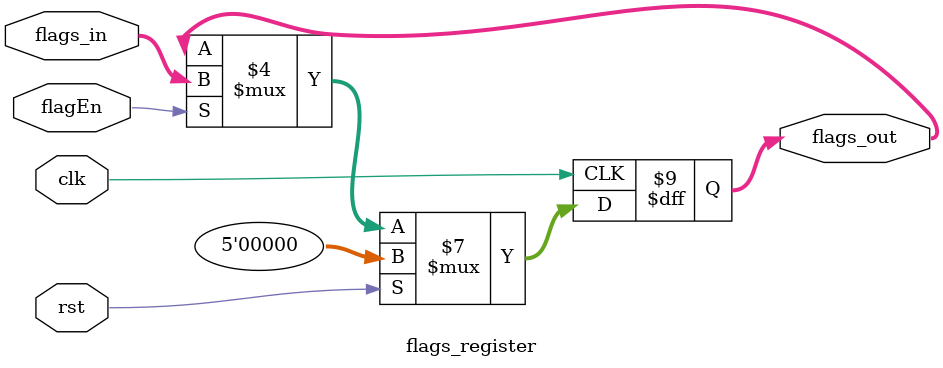
<source format=v>
module flags_register(flagEn, flags_in, flags_out, clk, rst);
input flagEn, clk, rst;
input [4:0] flags_in;
output reg[4:0] flags_out = 5'b0;


always@(posedge clk)
begin
	if(rst) flags_out = 5'b0;
	else if(flagEn) flags_out <= flags_in;
	else       flags_out <= flags_out;
end

endmodule 

</source>
